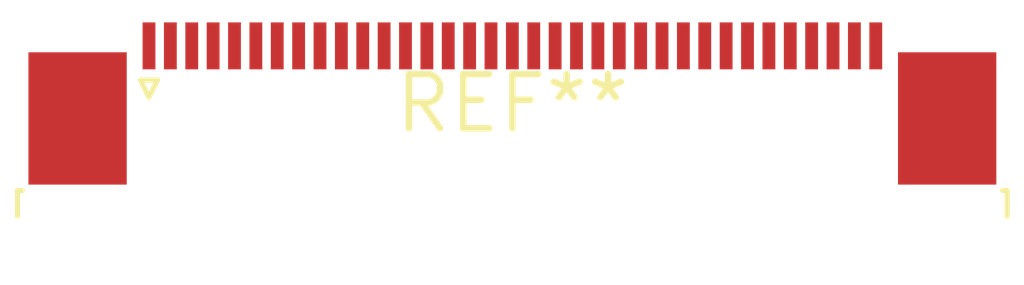
<source format=kicad_pcb>
(kicad_pcb (version 20240108) (generator pcbnew)
  (layers (0 "F.Cu" signal) (31 "B.Cu" signal) (34 "B.Paste" user) (35 "F.Paste" user) (36 "B.SilkS" user "B.Silkscreen") (37 "F.SilkS" user "F.Silkscreen") (38 "B.Mask" user) (39 "F.Mask" user) (44 "Edge.Cuts" user))
  (net 0 "")
  (footprint "TE_3-1734839-5_1x35-1MP_P0.5mm_Horizontal" (layer "F.Cu") (at 0 0)
    (property "Reference" "REF**")
    (property "Value" "PCB Edge")
    (fp_line (start -11.575 2.04) (end -11.575 2.64) (layer "F.SilkS") (stroke (width 0.12)))
    (fp_line (start -11.465 2.04) (end -11.575 2.04) (layer "F.SilkS") (stroke (width 0.12)))
    (fp_line (start -8.7 -0.55) (end -8.5 -0.15) (layer "F.SilkS") (stroke (width 0.12)))
    (fp_line (start -8.5 -0.15) (end -8.3 -0.55) (layer "F.SilkS") (stroke (width 0.12)))
    (fp_line (start -8.3 -0.55) (end -8.7 -0.55) (layer "F.SilkS") (stroke (width 0.12)))
    (fp_line (start 11.465 2.04) (end 11.575 2.04) (layer "F.SilkS") (stroke (width 0.12)))
    (fp_line (start 11.575 2.04) (end 11.575 2.64) (layer "F.SilkS") (stroke (width 0.12)))
    (pad "1" smd rect (at -8.5 -1.35) (size 0.3 1.1) (layers "F.Cu" "F.Paste" "F.Mask"))
    (pad "2" smd rect (at -8 -1.35) (size 0.3 1.1) (layers "F.Cu" "F.Paste" "F.Mask"))
    (pad "3" smd rect (at -7.5 -1.35) (size 0.3 1.1) (layers "F.Cu" "F.Paste" "F.Mask"))
    (pad "4" smd rect (at -7 -1.35) (size 0.3 1.1) (layers "F.Cu" "F.Paste" "F.Mask"))
    (pad "5" smd rect (at -6.5 -1.35) (size 0.3 1.1) (layers "F.Cu" "F.Paste" "F.Mask"))
    (pad "6" smd rect (at -6 -1.35) (size 0.3 1.1) (layers "F.Cu" "F.Paste" "F.Mask"))
    (pad "7" smd rect (at -5.5 -1.35) (size 0.3 1.1) (layers "F.Cu" "F.Paste" "F.Mask"))
    (pad "8" smd rect (at -5 -1.35) (size 0.3 1.1) (layers "F.Cu" "F.Paste" "F.Mask"))
    (pad "9" smd rect (at -4.5 -1.35) (size 0.3 1.1) (layers "F.Cu" "F.Paste" "F.Mask"))
    (pad "10" smd rect (at -4 -1.35) (size 0.3 1.1) (layers "F.Cu" "F.Paste" "F.Mask"))
    (pad "11" smd rect (at -3.5 -1.35) (size 0.3 1.1) (layers "F.Cu" "F.Paste" "F.Mask"))
    (pad "12" smd rect (at -3 -1.35) (size 0.3 1.1) (layers "F.Cu" "F.Paste" "F.Mask"))
    (pad "13" smd rect (at -2.5 -1.35) (size 0.3 1.1) (layers "F.Cu" "F.Paste" "F.Mask"))
    (pad "14" smd rect (at -2 -1.35) (size 0.3 1.1) (layers "F.Cu" "F.Paste" "F.Mask"))
    (pad "15" smd rect (at -1.5 -1.35) (size 0.3 1.1) (layers "F.Cu" "F.Paste" "F.Mask"))
    (pad "16" smd rect (at -1 -1.35) (size 0.3 1.1) (layers "F.Cu" "F.Paste" "F.Mask"))
    (pad "17" smd rect (at -0.5 -1.35) (size 0.3 1.1) (layers "F.Cu" "F.Paste" "F.Mask"))
    (pad "18" smd rect (at 0 -1.35) (size 0.3 1.1) (layers "F.Cu" "F.Paste" "F.Mask"))
    (pad "19" smd rect (at 0.5 -1.35) (size 0.3 1.1) (layers "F.Cu" "F.Paste" "F.Mask"))
    (pad "20" smd rect (at 1 -1.35) (size 0.3 1.1) (layers "F.Cu" "F.Paste" "F.Mask"))
    (pad "21" smd rect (at 1.5 -1.35) (size 0.3 1.1) (layers "F.Cu" "F.Paste" "F.Mask"))
    (pad "22" smd rect (at 2 -1.35) (size 0.3 1.1) (layers "F.Cu" "F.Paste" "F.Mask"))
    (pad "23" smd rect (at 2.5 -1.35) (size 0.3 1.1) (layers "F.Cu" "F.Paste" "F.Mask"))
    (pad "24" smd rect (at 3 -1.35) (size 0.3 1.1) (layers "F.Cu" "F.Paste" "F.Mask"))
    (pad "25" smd rect (at 3.5 -1.35) (size 0.3 1.1) (layers "F.Cu" "F.Paste" "F.Mask"))
    (pad "26" smd rect (at 4 -1.35) (size 0.3 1.1) (layers "F.Cu" "F.Paste" "F.Mask"))
    (pad "27" smd rect (at 4.5 -1.35) (size 0.3 1.1) (layers "F.Cu" "F.Paste" "F.Mask"))
    (pad "28" smd rect (at 5 -1.35) (size 0.3 1.1) (layers "F.Cu" "F.Paste" "F.Mask"))
    (pad "29" smd rect (at 5.5 -1.35) (size 0.3 1.1) (layers "F.Cu" "F.Paste" "F.Mask"))
    (pad "30" smd rect (at 6 -1.35) (size 0.3 1.1) (layers "F.Cu" "F.Paste" "F.Mask"))
    (pad "31" smd rect (at 6.5 -1.35) (size 0.3 1.1) (layers "F.Cu" "F.Paste" "F.Mask"))
    (pad "32" smd rect (at 7 -1.35) (size 0.3 1.1) (layers "F.Cu" "F.Paste" "F.Mask"))
    (pad "33" smd rect (at 7.5 -1.35) (size 0.3 1.1) (layers "F.Cu" "F.Paste" "F.Mask"))
    (pad "34" smd rect (at 8 -1.35) (size 0.3 1.1) (layers "F.Cu" "F.Paste" "F.Mask"))
    (pad "35" smd rect (at 8.5 -1.35) (size 0.3 1.1) (layers "F.Cu" "F.Paste" "F.Mask"))
    (pad "MP" smd rect (at -10.17 0.35) (size 2.3 3.1) (layers "F.Cu" "F.Paste" "F.Mask"))
    (pad "MP" smd rect (at 10.17 0.35) (size 2.3 3.1) (layers "F.Cu" "F.Paste" "F.Mask"))
  )
)
</source>
